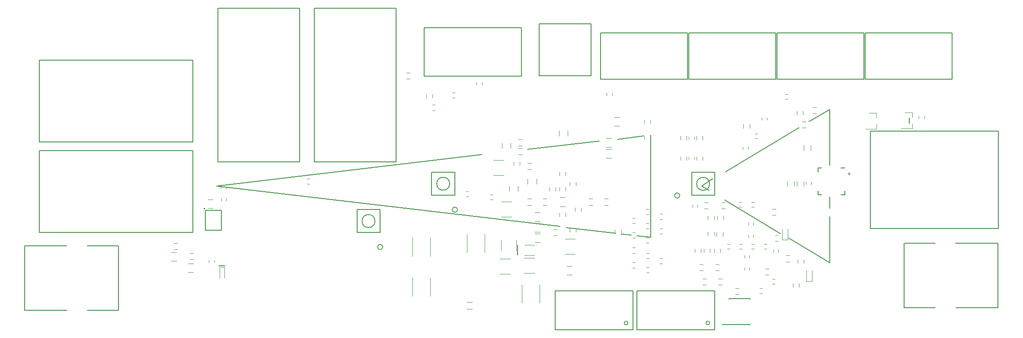
<source format=gbr>
G04 #@! TF.FileFunction,Legend,Bot*
%FSLAX46Y46*%
G04 Gerber Fmt 4.6, Leading zero omitted, Abs format (unit mm)*
G04 Created by KiCad (PCBNEW 4.0.4-stable) date 03/28/17 10:50:41*
%MOMM*%
%LPD*%
G01*
G04 APERTURE LIST*
%ADD10C,0.125000*%
%ADD11C,0.200000*%
%ADD12C,0.150000*%
%ADD13C,0.120000*%
%ADD14C,0.203200*%
%ADD15C,0.127000*%
G04 APERTURE END LIST*
D10*
D11*
X265650000Y-111650000D02*
X265650000Y-112700000D01*
X130450000Y-140550000D02*
X131600000Y-140550000D01*
X188900000Y-136550000D02*
X188900000Y-138450000D01*
X215000000Y-115000000D02*
X215000000Y-135000000D01*
X197200000Y-132900000D02*
X130000000Y-125000000D01*
X250000000Y-127100000D02*
X250000000Y-129300000D01*
X208450000Y-115850000D02*
X213600000Y-115200000D01*
X211150000Y-134600000D02*
X209200000Y-134400000D01*
X208100000Y-134200000D02*
X198500000Y-133100000D01*
X190900000Y-117800000D02*
X204950000Y-116200000D01*
X246000000Y-112400000D02*
X250000000Y-110000000D01*
X250000000Y-130900000D02*
X250000000Y-140000000D01*
X240400000Y-134300000D02*
X229500000Y-127700000D01*
X226400000Y-125900000D02*
X225000000Y-125000000D01*
X229641688Y-122214987D02*
X244000000Y-113600000D01*
X130000000Y-125000000D02*
X182000000Y-118800000D01*
X215000000Y-135000000D02*
X212300000Y-134750000D01*
X225000000Y-125000000D02*
X227100000Y-123600000D01*
X250000000Y-140000000D02*
X242000000Y-135200000D01*
X250000000Y-110000000D02*
X250000000Y-120950000D01*
D12*
X189650000Y-94000000D02*
X170650000Y-94000000D01*
X170650000Y-103500000D02*
X170650000Y-94000000D01*
X189650000Y-103500000D02*
X189650000Y-94000000D01*
X170650000Y-103500000D02*
X189650000Y-103500000D01*
D13*
X268580000Y-111300000D02*
X268580000Y-111800000D01*
X267520000Y-111800000D02*
X267520000Y-111300000D01*
X266210000Y-110620000D02*
X266210000Y-111550000D01*
X266210000Y-113780000D02*
X266210000Y-112850000D01*
X266210000Y-113780000D02*
X264050000Y-113780000D01*
X266210000Y-110620000D02*
X264750000Y-110620000D01*
D12*
X149160000Y-90250000D02*
X165160000Y-90250000D01*
X165160000Y-90250000D02*
X165160000Y-120250000D01*
X165160000Y-120250000D02*
X149160000Y-120250000D01*
X149160000Y-120250000D02*
X149160000Y-90250000D01*
X130250000Y-90250000D02*
X146250000Y-90250000D01*
X146250000Y-90250000D02*
X146250000Y-120250000D01*
X146250000Y-120250000D02*
X130250000Y-120250000D01*
X130250000Y-120250000D02*
X130250000Y-90250000D01*
D13*
X183600000Y-126730000D02*
X184100000Y-126730000D01*
X184100000Y-127670000D02*
X183600000Y-127670000D01*
X122100000Y-139700000D02*
X121100000Y-139700000D01*
X121100000Y-138000000D02*
X122100000Y-138000000D01*
D12*
X258025000Y-133300000D02*
X258025000Y-114300000D01*
X283025000Y-133300000D02*
X258025000Y-133300000D01*
X283025000Y-114300000D02*
X283025000Y-133300000D01*
X258025000Y-114300000D02*
X283025000Y-114300000D01*
X95300000Y-134090000D02*
X95300000Y-118090000D01*
X95300000Y-118090000D02*
X125300000Y-118090000D01*
X125300000Y-118090000D02*
X125300000Y-134090000D01*
X125300000Y-134090000D02*
X95300000Y-134090000D01*
X256962096Y-104068230D02*
X256962096Y-95068230D01*
X273962096Y-104068230D02*
X256962096Y-104068230D01*
X273962096Y-95068230D02*
X273962096Y-104068230D01*
X256962096Y-95068230D02*
X273962096Y-95068230D01*
D13*
X179020000Y-138000000D02*
X179020000Y-134400000D01*
X182480000Y-134400000D02*
X182480000Y-138000000D01*
D12*
X226540555Y-151790000D02*
G75*
G03X226540555Y-151790000I-360555J0D01*
G01*
X227540000Y-153080000D02*
X212300000Y-153080000D01*
X227540000Y-145460000D02*
X227540000Y-153080000D01*
X212300000Y-145460000D02*
X227540000Y-145460000D01*
X212300000Y-145460000D02*
X212300000Y-153080000D01*
X210540555Y-151790000D02*
G75*
G03X210540555Y-151790000I-360555J0D01*
G01*
X211540000Y-153080000D02*
X196300000Y-153080000D01*
X211540000Y-145460000D02*
X211540000Y-153080000D01*
X196300000Y-145460000D02*
X211540000Y-145460000D01*
X196300000Y-145460000D02*
X196300000Y-153080000D01*
X222462096Y-104068230D02*
X222462096Y-95068230D01*
X239462096Y-104068230D02*
X222462096Y-104068230D01*
X239462096Y-95068230D02*
X239462096Y-104068230D01*
X222462096Y-95068230D02*
X239462096Y-95068230D01*
X95300000Y-116340000D02*
X95300000Y-100340000D01*
X95300000Y-100340000D02*
X125300000Y-100340000D01*
X125300000Y-100340000D02*
X125300000Y-116340000D01*
X125300000Y-116340000D02*
X95300000Y-116340000D01*
X230325000Y-152140000D02*
X230325000Y-152090000D01*
X234475000Y-152140000D02*
X234475000Y-151995000D01*
X234475000Y-146990000D02*
X234475000Y-147135000D01*
X230325000Y-146990000D02*
X230325000Y-147135000D01*
X230325000Y-152140000D02*
X234475000Y-152140000D01*
X230325000Y-146990000D02*
X234475000Y-146990000D01*
X230325000Y-152090000D02*
X228925000Y-152090000D01*
D13*
X176150000Y-106720000D02*
X176650000Y-106720000D01*
X176650000Y-107780000D02*
X176150000Y-107780000D01*
X172750000Y-110180000D02*
X172250000Y-110180000D01*
X172250000Y-109120000D02*
X172750000Y-109120000D01*
X181930000Y-104700000D02*
X181930000Y-105200000D01*
X180870000Y-105200000D02*
X180870000Y-104700000D01*
X239850000Y-135730000D02*
X239350000Y-135730000D01*
X239350000Y-134670000D02*
X239850000Y-134670000D01*
X148175000Y-124630000D02*
X147675000Y-124630000D01*
X147675000Y-123570000D02*
X148175000Y-123570000D01*
X207430000Y-106800000D02*
X207430000Y-107300000D01*
X206370000Y-107300000D02*
X206370000Y-106800000D01*
X178800000Y-126020000D02*
X179300000Y-126020000D01*
X179300000Y-127080000D02*
X178800000Y-127080000D01*
X129530000Y-139450000D02*
X129530000Y-139950000D01*
X128470000Y-139950000D02*
X128470000Y-139450000D01*
X131930000Y-125050000D02*
X131930000Y-125550000D01*
X130870000Y-125550000D02*
X130870000Y-125050000D01*
X124400000Y-140150000D02*
X125400000Y-140150000D01*
X125400000Y-141850000D02*
X124400000Y-141850000D01*
X179000000Y-149030000D02*
X180000000Y-149030000D01*
X180000000Y-147670000D02*
X179000000Y-147670000D01*
D12*
X205162096Y-104068230D02*
X205162096Y-95068230D01*
X222162096Y-104068230D02*
X205162096Y-104068230D01*
X222162096Y-95068230D02*
X222162096Y-104068230D01*
X205162096Y-95068230D02*
X222162096Y-95068230D01*
D13*
X245370000Y-124700000D02*
X245370000Y-124200000D01*
X246430000Y-124200000D02*
X246430000Y-124700000D01*
X223530000Y-115350000D02*
X223530000Y-115850000D01*
X222470000Y-115850000D02*
X222470000Y-115350000D01*
X223530000Y-119300000D02*
X223530000Y-119800000D01*
X222470000Y-119800000D02*
X222470000Y-119300000D01*
X236720000Y-112100000D02*
X236720000Y-111600000D01*
X237780000Y-111600000D02*
X237780000Y-112100000D01*
X243620000Y-124050000D02*
X243620000Y-125050000D01*
X244980000Y-125050000D02*
X244980000Y-124050000D01*
X241720000Y-124050000D02*
X241720000Y-125050000D01*
X243080000Y-125050000D02*
X243080000Y-124050000D01*
X246280000Y-118050000D02*
X246280000Y-117050000D01*
X244920000Y-117050000D02*
X244920000Y-118050000D01*
X226200000Y-130850000D02*
X226200000Y-131550000D01*
X227400000Y-131550000D02*
X227400000Y-130850000D01*
X201350000Y-129950000D02*
X201350000Y-129250000D01*
X200150000Y-129250000D02*
X200150000Y-129950000D01*
X198250000Y-128950000D02*
X197250000Y-128950000D01*
X197250000Y-127250000D02*
X198250000Y-127250000D01*
X189000000Y-125000000D02*
X189000000Y-126000000D01*
X187300000Y-126000000D02*
X187300000Y-125000000D01*
X187700000Y-131030000D02*
X185700000Y-131030000D01*
X185700000Y-128070000D02*
X187700000Y-128070000D01*
X225150000Y-115915254D02*
X225150000Y-115215254D01*
X223950000Y-115215254D02*
X223950000Y-115915254D01*
X225150000Y-119915254D02*
X225150000Y-119215254D01*
X223950000Y-119215254D02*
X223950000Y-119915254D01*
X213700000Y-112050000D02*
X213700000Y-112750000D01*
X214900000Y-112750000D02*
X214900000Y-112050000D01*
X213700000Y-115250000D02*
X213700000Y-115950000D01*
X214900000Y-115950000D02*
X214900000Y-115250000D01*
X222050000Y-115915254D02*
X222050000Y-115215254D01*
X220850000Y-115215254D02*
X220850000Y-115915254D01*
X222050000Y-119915254D02*
X222050000Y-119215254D01*
X220850000Y-119215254D02*
X220850000Y-119915254D01*
X208900000Y-113250000D02*
X207900000Y-113250000D01*
X207900000Y-111550000D02*
X208900000Y-111550000D01*
X234270000Y-138550000D02*
X234270000Y-139050000D01*
X233330000Y-139050000D02*
X233330000Y-138550000D01*
X232800000Y-129070000D02*
X232300000Y-129070000D01*
X232300000Y-128130000D02*
X232800000Y-128130000D01*
X235070000Y-132150000D02*
X235070000Y-132650000D01*
X234130000Y-132650000D02*
X234130000Y-132150000D01*
X224800000Y-137950000D02*
X224800000Y-137250000D01*
X223600000Y-137250000D02*
X223600000Y-137950000D01*
X243800000Y-139400000D02*
X243800000Y-140100000D01*
X245000000Y-140100000D02*
X245000000Y-139400000D01*
X259210000Y-110670000D02*
X259210000Y-111600000D01*
X259210000Y-113830000D02*
X259210000Y-112900000D01*
X259210000Y-113830000D02*
X257050000Y-113830000D01*
X259210000Y-110670000D02*
X257750000Y-110670000D01*
D12*
X127711803Y-129430000D02*
G75*
G03X127711803Y-129430000I-111803J0D01*
G01*
X127800000Y-133680000D02*
X127800000Y-129730000D01*
X130900000Y-133680000D02*
X127800000Y-133680000D01*
X130900000Y-129730000D02*
X130900000Y-133680000D01*
X127800000Y-129730000D02*
X130900000Y-129730000D01*
D13*
X168320000Y-146550000D02*
X168320000Y-142950000D01*
X171780000Y-142950000D02*
X171780000Y-146550000D01*
X189770000Y-147900000D02*
X189770000Y-144300000D01*
X193230000Y-144300000D02*
X193230000Y-147900000D01*
X168320000Y-138700000D02*
X168320000Y-135100000D01*
X171780000Y-135100000D02*
X171780000Y-138700000D01*
X246550000Y-143600000D02*
X245450000Y-143600000D01*
X245450000Y-143600000D02*
X245450000Y-141500000D01*
X246550000Y-143600000D02*
X246550000Y-141500000D01*
X241850000Y-135500000D02*
X240750000Y-135500000D01*
X240750000Y-135500000D02*
X240750000Y-133400000D01*
X241850000Y-135500000D02*
X241850000Y-133400000D01*
D14*
X175618880Y-124549180D02*
G75*
G03X175618880Y-124549180I-1270000J0D01*
G01*
X177142880Y-129629180D02*
G75*
G03X177142880Y-129629180I-508000J0D01*
G01*
X176599320Y-126799620D02*
X176599320Y-122298740D01*
X176599320Y-122298740D02*
X172098440Y-122298740D01*
X172098440Y-122298740D02*
X172098440Y-126799620D01*
X172098440Y-126799620D02*
X176599320Y-126799620D01*
D13*
X130550000Y-140850000D02*
X131550000Y-140850000D01*
X131550000Y-140850000D02*
X131550000Y-142950000D01*
X130550000Y-140850000D02*
X130550000Y-142950000D01*
X241300000Y-107030000D02*
X241800000Y-107030000D01*
X241800000Y-107970000D02*
X241300000Y-107970000D01*
X188150000Y-120250000D02*
X188150000Y-120950000D01*
X189350000Y-120950000D02*
X189350000Y-120250000D01*
X189100000Y-118850000D02*
X189800000Y-118850000D01*
X189800000Y-117650000D02*
X189100000Y-117650000D01*
X189050000Y-117100000D02*
X189750000Y-117100000D01*
X189750000Y-115900000D02*
X189050000Y-115900000D01*
X191600000Y-120500000D02*
X190900000Y-120500000D01*
X190900000Y-121700000D02*
X191600000Y-121700000D01*
X187600000Y-116600000D02*
X187600000Y-117600000D01*
X185900000Y-117600000D02*
X185900000Y-116600000D01*
X192600000Y-123600000D02*
X192600000Y-124600000D01*
X190900000Y-124600000D02*
X190900000Y-123600000D01*
X184200000Y-119970000D02*
X186200000Y-119970000D01*
X186200000Y-122930000D02*
X184200000Y-122930000D01*
X167850000Y-102825000D02*
X167150000Y-102825000D01*
X167150000Y-104025000D02*
X167850000Y-104025000D01*
X171050000Y-107050000D02*
X171050000Y-107750000D01*
X172250000Y-107750000D02*
X172250000Y-107050000D01*
X246750000Y-110800000D02*
X247450000Y-110800000D01*
X247450000Y-109600000D02*
X246750000Y-109600000D01*
X243600000Y-110350000D02*
X243600000Y-111050000D01*
X244800000Y-111050000D02*
X244800000Y-110350000D01*
X244650000Y-113600000D02*
X245350000Y-113600000D01*
X245350000Y-112400000D02*
X244650000Y-112400000D01*
X224550000Y-141550000D02*
X225250000Y-141550000D01*
X225250000Y-140350000D02*
X224550000Y-140350000D01*
X234270000Y-140950000D02*
X234270000Y-141450000D01*
X233330000Y-141450000D02*
X233330000Y-140950000D01*
X235250000Y-137270000D02*
X234750000Y-137270000D01*
X234750000Y-136330000D02*
X235250000Y-136330000D01*
X244050000Y-144750000D02*
X244050000Y-144050000D01*
X242850000Y-144050000D02*
X242850000Y-144750000D01*
X229100000Y-134800000D02*
X229100000Y-134100000D01*
X227900000Y-134100000D02*
X227900000Y-134800000D01*
X235250000Y-129070000D02*
X234750000Y-129070000D01*
X234750000Y-128130000D02*
X235250000Y-128130000D01*
X225500000Y-129400000D02*
X226200000Y-129400000D01*
X226200000Y-128200000D02*
X225500000Y-128200000D01*
X232850000Y-137270000D02*
X232350000Y-137270000D01*
X232350000Y-136330000D02*
X232850000Y-136330000D01*
X229200000Y-131550000D02*
X229200000Y-130850000D01*
X228000000Y-130850000D02*
X228000000Y-131550000D01*
X230450000Y-137270000D02*
X229950000Y-137270000D01*
X229950000Y-136330000D02*
X230450000Y-136330000D01*
X242200000Y-138600000D02*
X241500000Y-138600000D01*
X241500000Y-139800000D02*
X242200000Y-139800000D01*
X224120000Y-128650000D02*
X224120000Y-129150000D01*
X223180000Y-129150000D02*
X223180000Y-128650000D01*
X228850000Y-129400000D02*
X229550000Y-129400000D01*
X229550000Y-128200000D02*
X228850000Y-128200000D01*
X227700000Y-141550000D02*
X228400000Y-141550000D01*
X228400000Y-140350000D02*
X227700000Y-140350000D01*
X237400000Y-142400000D02*
X238100000Y-142400000D01*
X238100000Y-141200000D02*
X237400000Y-141200000D01*
X231550000Y-146200000D02*
X232250000Y-146200000D01*
X232250000Y-145000000D02*
X231550000Y-145000000D01*
X237150000Y-136330000D02*
X237650000Y-136330000D01*
X237650000Y-137270000D02*
X237150000Y-137270000D01*
X238800000Y-130700000D02*
X239500000Y-130700000D01*
X239500000Y-129500000D02*
X238800000Y-129500000D01*
X225400000Y-137250000D02*
X225400000Y-137950000D01*
X226600000Y-137950000D02*
X226600000Y-137250000D01*
X225150000Y-144350000D02*
X225850000Y-144350000D01*
X225850000Y-143150000D02*
X225150000Y-143150000D01*
X226200000Y-134000000D02*
X226200000Y-134700000D01*
X227400000Y-134700000D02*
X227400000Y-134000000D01*
X235070000Y-134550000D02*
X235070000Y-135050000D01*
X234130000Y-135050000D02*
X234130000Y-134550000D01*
X239300000Y-144120000D02*
X238800000Y-144120000D01*
X238800000Y-143180000D02*
X239300000Y-143180000D01*
X236850000Y-145970000D02*
X236350000Y-145970000D01*
X236350000Y-145030000D02*
X236850000Y-145030000D01*
X234350000Y-113625000D02*
X234350000Y-112925000D01*
X233150000Y-112925000D02*
X233150000Y-113625000D01*
X235900000Y-115670000D02*
X235400000Y-115670000D01*
X235400000Y-114730000D02*
X235900000Y-114730000D01*
X129250000Y-129350000D02*
X128250000Y-129350000D01*
X128250000Y-127650000D02*
X129250000Y-127650000D01*
X188630000Y-135600000D02*
X188630000Y-137600000D01*
X185670000Y-137600000D02*
X185670000Y-135600000D01*
X197150000Y-130250000D02*
X197150000Y-130950000D01*
X198350000Y-130950000D02*
X198350000Y-130250000D01*
X193300000Y-134000000D02*
X192300000Y-134000000D01*
X192300000Y-132300000D02*
X193300000Y-132300000D01*
X193300000Y-136000000D02*
X192300000Y-136000000D01*
X192300000Y-134300000D02*
X193300000Y-134300000D01*
X193300000Y-131850000D02*
X192300000Y-131850000D01*
X192300000Y-130150000D02*
X193300000Y-130150000D01*
X199150000Y-124250000D02*
X199150000Y-124950000D01*
X200350000Y-124950000D02*
X200350000Y-124250000D01*
X207250000Y-119550000D02*
X206250000Y-119550000D01*
X206250000Y-117850000D02*
X207250000Y-117850000D01*
X195150000Y-125250000D02*
X195150000Y-125950000D01*
X196350000Y-125950000D02*
X196350000Y-125250000D01*
X196999390Y-115149974D02*
X196999390Y-114149974D01*
X198699390Y-114149974D02*
X198699390Y-115149974D01*
X193900000Y-128700000D02*
X194600000Y-128700000D01*
X194600000Y-127500000D02*
X193900000Y-127500000D01*
X199150000Y-133250000D02*
X199150000Y-133950000D01*
X200350000Y-133950000D02*
X200350000Y-133250000D01*
X191600000Y-127500000D02*
X190900000Y-127500000D01*
X190900000Y-128700000D02*
X191600000Y-128700000D01*
X198350000Y-125950000D02*
X198350000Y-125250000D01*
X197150000Y-125250000D02*
X197150000Y-125950000D01*
X202900000Y-128700000D02*
X203600000Y-128700000D01*
X203600000Y-127500000D02*
X202900000Y-127500000D01*
X198350000Y-122950000D02*
X198350000Y-122250000D01*
X197150000Y-122250000D02*
X197150000Y-122950000D01*
X195950000Y-134700000D02*
X196650000Y-134700000D01*
X196650000Y-133500000D02*
X195950000Y-133500000D01*
X209200000Y-134300000D02*
X209200000Y-133600000D01*
X208000000Y-133600000D02*
X208000000Y-134300000D01*
X206600000Y-127503571D02*
X205900000Y-127503571D01*
X205900000Y-128703571D02*
X206600000Y-128703571D01*
X207250000Y-117350000D02*
X206250000Y-117350000D01*
X206250000Y-115650000D02*
X207250000Y-115650000D01*
X198548810Y-140701092D02*
X199548810Y-140701092D01*
X199548810Y-142401092D02*
X198548810Y-142401092D01*
X198200000Y-135370000D02*
X200200000Y-135370000D01*
X200200000Y-138330000D02*
X198200000Y-138330000D01*
X187450000Y-142180000D02*
X185450000Y-142180000D01*
X185450000Y-139220000D02*
X187450000Y-139220000D01*
X228225669Y-144350000D02*
X228925669Y-144350000D01*
X228925669Y-143150000D02*
X228225669Y-143150000D01*
X227400000Y-137300000D02*
X227400000Y-138000000D01*
X228600000Y-138000000D02*
X228600000Y-137300000D01*
X234054514Y-117316066D02*
X234054514Y-117816066D01*
X232994514Y-117816066D02*
X232994514Y-117316066D01*
D14*
X226519180Y-124573880D02*
G75*
G03X226519180Y-124573880I-1270000J0D01*
G01*
X220677180Y-126859880D02*
G75*
G03X220677180Y-126859880I-508000J0D01*
G01*
X222998740Y-126824320D02*
X227499620Y-126824320D01*
X227499620Y-126824320D02*
X227499620Y-122323440D01*
X227499620Y-122323440D02*
X222998740Y-122323440D01*
X222998740Y-122323440D02*
X222998740Y-126824320D01*
X160993880Y-131850820D02*
G75*
G03X160993880Y-131850820I-1270000J0D01*
G01*
X162517880Y-136930820D02*
G75*
G03X162517880Y-136930820I-508000J0D01*
G01*
X161974320Y-134101260D02*
X161974320Y-129600380D01*
X161974320Y-129600380D02*
X157473440Y-129600380D01*
X157473440Y-129600380D02*
X157473440Y-134101260D01*
X157473440Y-134101260D02*
X161974320Y-134101260D01*
D13*
X190200000Y-139070000D02*
X192200000Y-139070000D01*
X192200000Y-142030000D02*
X190200000Y-142030000D01*
D12*
X203330000Y-103410000D02*
X193170000Y-103410000D01*
X203330000Y-93250000D02*
X203330000Y-103410000D01*
X193170000Y-93250000D02*
X203330000Y-93250000D01*
X193170000Y-103410000D02*
X193170000Y-93250000D01*
D13*
X239030000Y-138000000D02*
X239030000Y-137500000D01*
X239970000Y-137500000D02*
X239970000Y-138000000D01*
D12*
X239712096Y-104068230D02*
X239712096Y-95068230D01*
X256712096Y-104068230D02*
X239712096Y-104068230D01*
X256712096Y-95068230D02*
X256712096Y-104068230D01*
X239712096Y-95068230D02*
X256712096Y-95068230D01*
X254000000Y-122600000D02*
G75*
G03X254000000Y-122600000I-150000J0D01*
G01*
X247725000Y-121475000D02*
X247725000Y-122225000D01*
X252975000Y-126725000D02*
X252975000Y-125975000D01*
X247725000Y-126725000D02*
X247725000Y-125975000D01*
X252975000Y-121475000D02*
X252225000Y-121475000D01*
X252975000Y-126725000D02*
X252225000Y-126725000D01*
X247725000Y-126725000D02*
X248475000Y-126725000D01*
X247725000Y-121475000D02*
X248475000Y-121475000D01*
D13*
X122300000Y-136200000D02*
X121600000Y-136200000D01*
X121600000Y-137400000D02*
X122300000Y-137400000D01*
X125400000Y-138100000D02*
X124700000Y-138100000D01*
X124700000Y-139300000D02*
X125400000Y-139300000D01*
X130930000Y-127850000D02*
X130930000Y-127350000D01*
X131870000Y-127350000D02*
X131870000Y-127850000D01*
D15*
X282975000Y-136220000D02*
X282975000Y-148820000D01*
X264625000Y-148820000D02*
X264625000Y-136220000D01*
X264675000Y-136220000D02*
X270675000Y-136220000D01*
X274675000Y-136220000D02*
X282975000Y-136220000D01*
X282975000Y-148820000D02*
X274775000Y-148820000D01*
X264675000Y-148820000D02*
X270675000Y-148820000D01*
X92400000Y-149320000D02*
X92400000Y-136720000D01*
X110750000Y-136720000D02*
X110750000Y-149320000D01*
X110700000Y-149320000D02*
X104700000Y-149320000D01*
X100700000Y-149320000D02*
X92400000Y-149320000D01*
X92400000Y-136720000D02*
X100600000Y-136720000D01*
X110700000Y-136720000D02*
X104700000Y-136720000D01*
D13*
X217300000Y-140180000D02*
X216800000Y-140180000D01*
X216800000Y-139120000D02*
X217300000Y-139120000D01*
X214645000Y-139180000D02*
X214145000Y-139180000D01*
X214145000Y-138120000D02*
X214645000Y-138120000D01*
X214600000Y-136130000D02*
X214100000Y-136130000D01*
X214100000Y-135070000D02*
X214600000Y-135070000D01*
X214600000Y-133330000D02*
X214100000Y-133330000D01*
X214100000Y-132270000D02*
X214600000Y-132270000D01*
X211950000Y-140980000D02*
X211450000Y-140980000D01*
X211450000Y-139920000D02*
X211950000Y-139920000D01*
X211955000Y-135130000D02*
X211455000Y-135130000D01*
X211455000Y-134070000D02*
X211955000Y-134070000D01*
X217250000Y-131530000D02*
X216750000Y-131530000D01*
X216750000Y-130470000D02*
X217250000Y-130470000D01*
X217245000Y-134330000D02*
X216745000Y-134330000D01*
X216745000Y-133270000D02*
X217245000Y-133270000D01*
X214645000Y-141980000D02*
X214145000Y-141980000D01*
X214145000Y-140920000D02*
X214645000Y-140920000D01*
X211945000Y-138130000D02*
X211445000Y-138130000D01*
X211445000Y-137070000D02*
X211945000Y-137070000D01*
X214595000Y-130530000D02*
X214095000Y-130530000D01*
X214095000Y-129470000D02*
X214595000Y-129470000D01*
X211945000Y-132330000D02*
X211445000Y-132330000D01*
X211445000Y-131270000D02*
X211945000Y-131270000D01*
X192250000Y-138570000D02*
X190250000Y-138570000D01*
X190250000Y-136530000D02*
X192250000Y-136530000D01*
M02*

</source>
